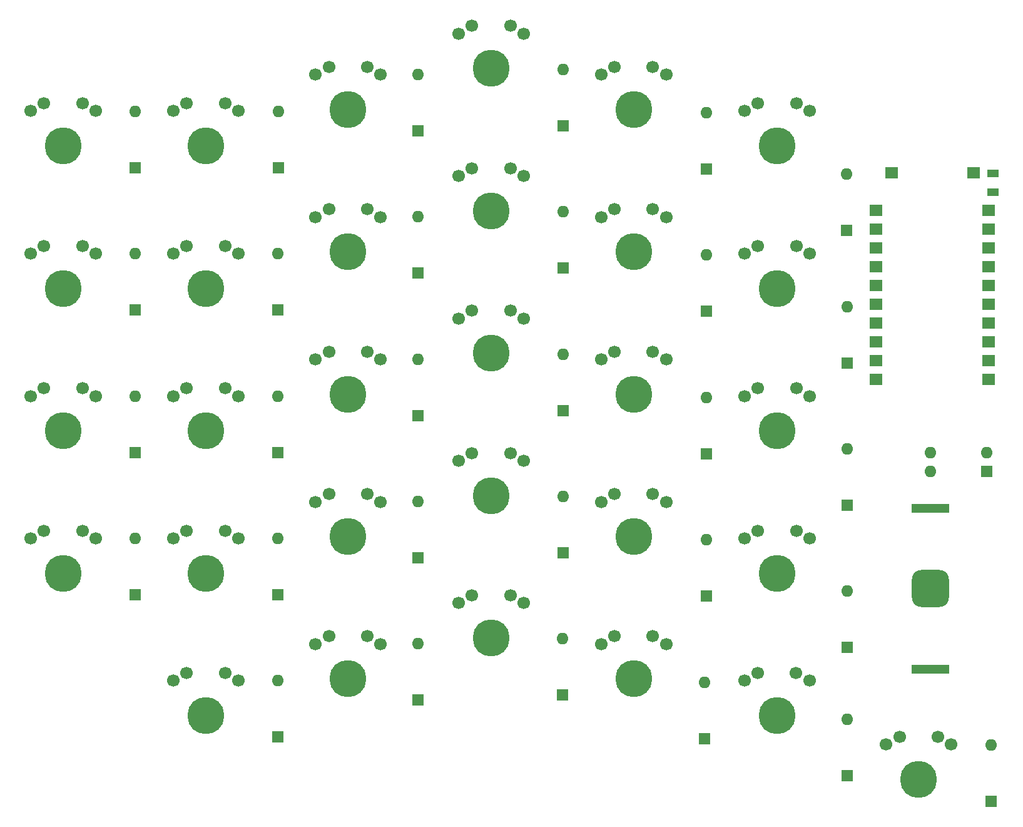
<source format=gbr>
%TF.GenerationSoftware,KiCad,Pcbnew,(6.0.8)*%
%TF.CreationDate,2023-02-14T17:54:26+07:00*%
%TF.ProjectId,dongle_256,646f6e67-6c65-45f3-9235-362e6b696361,rev?*%
%TF.SameCoordinates,Original*%
%TF.FileFunction,Soldermask,Top*%
%TF.FilePolarity,Negative*%
%FSLAX46Y46*%
G04 Gerber Fmt 4.6, Leading zero omitted, Abs format (unit mm)*
G04 Created by KiCad (PCBNEW (6.0.8)) date 2023-02-14 17:54:26*
%MOMM*%
%LPD*%
G01*
G04 APERTURE LIST*
G04 Aperture macros list*
%AMRoundRect*
0 Rectangle with rounded corners*
0 $1 Rounding radius*
0 $2 $3 $4 $5 $6 $7 $8 $9 X,Y pos of 4 corners*
0 Add a 4 corners polygon primitive as box body*
4,1,4,$2,$3,$4,$5,$6,$7,$8,$9,$2,$3,0*
0 Add four circle primitives for the rounded corners*
1,1,$1+$1,$2,$3*
1,1,$1+$1,$4,$5*
1,1,$1+$1,$6,$7*
1,1,$1+$1,$8,$9*
0 Add four rect primitives between the rounded corners*
20,1,$1+$1,$2,$3,$4,$5,0*
20,1,$1+$1,$4,$5,$6,$7,0*
20,1,$1+$1,$6,$7,$8,$9,0*
20,1,$1+$1,$8,$9,$2,$3,0*%
G04 Aperture macros list end*
%ADD10R,1.600000X1.600000*%
%ADD11O,1.600000X1.600000*%
%ADD12C,5.000000*%
%ADD13C,1.700000*%
%ADD14R,1.800000X1.524000*%
%ADD15R,5.100000X1.200000*%
%ADD16RoundRect,1.250000X1.250000X-1.250000X1.250000X1.250000X-1.250000X1.250000X-1.250000X-1.250000X0*%
%ADD17R,1.524000X1.000000*%
G04 APERTURE END LIST*
D10*
%TO.C,D17*%
X125830000Y-92787500D03*
D11*
X125830000Y-85167500D03*
%TD*%
D12*
%TO.C,SW28*%
X115960000Y-123235500D03*
D13*
X113360000Y-117485500D03*
X118560000Y-117485500D03*
X120360000Y-118535500D03*
X111560000Y-118535500D03*
%TD*%
D14*
%TO.C,U1*%
X164020000Y-72595000D03*
X148780000Y-77675000D03*
X148780000Y-80215000D03*
X148780000Y-59895000D03*
X148780000Y-62435000D03*
X148780000Y-64975000D03*
X148780000Y-67515000D03*
X148780000Y-70055000D03*
X148780000Y-72595000D03*
X164020000Y-70055000D03*
X164020000Y-67515000D03*
X148780000Y-75135000D03*
X164020000Y-80215000D03*
X164020000Y-77675000D03*
X164020000Y-75135000D03*
X148780000Y-82755000D03*
X164020000Y-82755000D03*
X164020000Y-64975000D03*
X164020000Y-62435000D03*
X161960000Y-54815000D03*
X150840000Y-54815000D03*
X164020000Y-59895000D03*
%TD*%
D10*
%TO.C,D30*%
X164300000Y-139810000D03*
D11*
X164300000Y-132190000D03*
%TD*%
D10*
%TO.C,D12*%
X144900000Y-80505000D03*
D11*
X144900000Y-72885000D03*
%TD*%
D10*
%TO.C,D21*%
X86800000Y-106855000D03*
D11*
X86800000Y-99235000D03*
%TD*%
D10*
%TO.C,D22*%
X106400000Y-106200000D03*
D11*
X106400000Y-98580000D03*
%TD*%
D12*
%TO.C,SW8*%
X58090000Y-70423000D03*
D13*
X55490000Y-64673000D03*
X60690000Y-64673000D03*
X53690000Y-65723000D03*
X62490000Y-65723000D03*
%TD*%
D12*
%TO.C,SW24*%
X135370000Y-108954500D03*
D13*
X137970000Y-103204500D03*
X132770000Y-103204500D03*
X130970000Y-104254500D03*
X139770000Y-104254500D03*
%TD*%
D10*
%TO.C,D5*%
X125834000Y-54292500D03*
D11*
X125834000Y-46672500D03*
%TD*%
D12*
%TO.C,SW27*%
X96680000Y-117695500D03*
D13*
X94080000Y-111945500D03*
X99280000Y-111945500D03*
X92280000Y-112995500D03*
X101080000Y-112995500D03*
%TD*%
D10*
%TO.C,D27*%
X106366000Y-125410250D03*
D11*
X106366000Y-117790250D03*
%TD*%
D12*
%TO.C,SW29*%
X135360000Y-128183000D03*
D13*
X132760000Y-122433000D03*
X137960000Y-122433000D03*
X139760000Y-123483000D03*
X130960000Y-123483000D03*
%TD*%
D15*
%TO.C,BT1*%
X156150000Y-100150000D03*
X156150000Y-121950000D03*
D16*
X156150000Y-111050000D03*
%TD*%
D10*
%TO.C,D20*%
X67850000Y-111849750D03*
D11*
X67850000Y-104229750D03*
%TD*%
D12*
%TO.C,SW10*%
X96690000Y-59935500D03*
D13*
X99290000Y-54185500D03*
X94090000Y-54185500D03*
X101090000Y-55235500D03*
X92290000Y-55235500D03*
%TD*%
D10*
%TO.C,D4*%
X106408000Y-48457500D03*
D11*
X106408000Y-40837500D03*
%TD*%
D12*
%TO.C,SW3*%
X77330000Y-46209750D03*
D13*
X74730000Y-40459750D03*
X79930000Y-40459750D03*
X72930000Y-41509750D03*
X81730000Y-41509750D03*
%TD*%
D10*
%TO.C,D29*%
X144870000Y-136367500D03*
D11*
X144870000Y-128747500D03*
%TD*%
D10*
%TO.C,D16*%
X106400000Y-86952500D03*
D11*
X106400000Y-79332500D03*
%TD*%
D12*
%TO.C,SW11*%
X115970000Y-65475500D03*
D13*
X113370000Y-59725500D03*
X118570000Y-59725500D03*
X120370000Y-60775500D03*
X111570000Y-60775500D03*
%TD*%
D10*
%TO.C,D18*%
X144900000Y-99752500D03*
D11*
X144900000Y-92132500D03*
%TD*%
D10*
%TO.C,D26*%
X86758000Y-126065250D03*
D11*
X86758000Y-118445250D03*
%TD*%
D12*
%TO.C,SW4*%
X96690000Y-40669750D03*
D13*
X99290000Y-34919750D03*
X94090000Y-34919750D03*
X101090000Y-35969750D03*
X92290000Y-35969750D03*
%TD*%
D10*
%TO.C,D3*%
X86812000Y-49112500D03*
D11*
X86812000Y-41492500D03*
%TD*%
D12*
%TO.C,SW17*%
X115970000Y-84741250D03*
D13*
X118570000Y-78991250D03*
X113370000Y-78991250D03*
X111570000Y-80041250D03*
X120370000Y-80041250D03*
%TD*%
D12*
%TO.C,SW19*%
X38770000Y-108954500D03*
D13*
X41370000Y-103204500D03*
X36170000Y-103204500D03*
X34370000Y-104254500D03*
X43170000Y-104254500D03*
%TD*%
D12*
%TO.C,SW26*%
X77320000Y-123235500D03*
D13*
X79920000Y-117485500D03*
X74720000Y-117485500D03*
X72920000Y-118535500D03*
X81720000Y-118535500D03*
%TD*%
D12*
%TO.C,SW1*%
X38770000Y-51157250D03*
D13*
X36170000Y-45407250D03*
X41370000Y-45407250D03*
X43170000Y-46457250D03*
X34370000Y-46457250D03*
%TD*%
D10*
%TO.C,D7*%
X48530000Y-73354750D03*
D11*
X48530000Y-65734750D03*
%TD*%
D10*
%TO.C,D11*%
X125830000Y-73540000D03*
D11*
X125830000Y-65920000D03*
%TD*%
D12*
%TO.C,SW2*%
X58090000Y-51157250D03*
D13*
X60690000Y-45407250D03*
X55490000Y-45407250D03*
X53690000Y-46457250D03*
X62490000Y-46457250D03*
%TD*%
D10*
%TO.C,D14*%
X67850000Y-92602250D03*
D11*
X67850000Y-84982250D03*
%TD*%
D12*
%TO.C,SW12*%
X135370000Y-70423000D03*
D13*
X132770000Y-64673000D03*
X137970000Y-64673000D03*
X130970000Y-65723000D03*
X139770000Y-65723000D03*
%TD*%
D17*
%TO.C,J1*%
X164600000Y-54850000D03*
X164600000Y-57390000D03*
%TD*%
D12*
%TO.C,SW23*%
X115970000Y-104007000D03*
D13*
X113370000Y-98257000D03*
X118570000Y-98257000D03*
X111570000Y-99307000D03*
X120370000Y-99307000D03*
%TD*%
D12*
%TO.C,SW5*%
X115970000Y-46209750D03*
D13*
X113370000Y-40459750D03*
X118570000Y-40459750D03*
X120370000Y-41509750D03*
X111570000Y-41509750D03*
%TD*%
D12*
%TO.C,SW6*%
X135370000Y-51157250D03*
D13*
X132770000Y-45407250D03*
X137970000Y-45407250D03*
X130970000Y-46457250D03*
X139770000Y-46457250D03*
%TD*%
D10*
%TO.C,D25*%
X67800000Y-131060000D03*
D11*
X67800000Y-123440000D03*
%TD*%
D12*
%TO.C,SW14*%
X58090000Y-89688750D03*
D13*
X60690000Y-83938750D03*
X55490000Y-83938750D03*
X62490000Y-84988750D03*
X53690000Y-84988750D03*
%TD*%
D12*
%TO.C,SW20*%
X58090000Y-108954500D03*
D13*
X60690000Y-103204500D03*
X55490000Y-103204500D03*
X62490000Y-104254500D03*
X53690000Y-104254500D03*
%TD*%
D10*
%TO.C,D9*%
X86800000Y-68360000D03*
D11*
X86800000Y-60740000D03*
%TD*%
D10*
%TO.C,D19*%
X48530000Y-111849750D03*
D11*
X48530000Y-104229750D03*
%TD*%
D10*
%TO.C,D15*%
X86800000Y-87607500D03*
D11*
X86800000Y-79987500D03*
%TD*%
D10*
%TO.C,D2*%
X67866000Y-54107250D03*
D11*
X67866000Y-46487250D03*
%TD*%
D10*
%TO.C,D13*%
X48530000Y-92602250D03*
D11*
X48530000Y-84982250D03*
%TD*%
D12*
%TO.C,SW15*%
X77330000Y-84741250D03*
D13*
X74730000Y-78991250D03*
X79930000Y-78991250D03*
X72930000Y-80041250D03*
X81730000Y-80041250D03*
%TD*%
D12*
%TO.C,SW30*%
X154550000Y-136803000D03*
D13*
X151950000Y-131053000D03*
X157150000Y-131053000D03*
X150150000Y-132103000D03*
X158950000Y-132103000D03*
%TD*%
D12*
%TO.C,SW18*%
X135370000Y-89688750D03*
D13*
X132770000Y-83938750D03*
X137970000Y-83938750D03*
X139770000Y-84988750D03*
X130970000Y-84988750D03*
%TD*%
D10*
%TO.C,D6*%
X144800000Y-62560000D03*
D11*
X144800000Y-54940000D03*
%TD*%
D12*
%TO.C,SW9*%
X77330000Y-65475500D03*
D13*
X79930000Y-59725500D03*
X74730000Y-59725500D03*
X81730000Y-60775500D03*
X72930000Y-60775500D03*
%TD*%
D12*
%TO.C,SW21*%
X77330000Y-104007000D03*
D13*
X79930000Y-98257000D03*
X74730000Y-98257000D03*
X72930000Y-99307000D03*
X81730000Y-99307000D03*
%TD*%
D12*
%TO.C,SW16*%
X96690000Y-79201250D03*
D13*
X94090000Y-73451250D03*
X99290000Y-73451250D03*
X101090000Y-74501250D03*
X92290000Y-74501250D03*
%TD*%
D10*
%TO.C,D28*%
X125600000Y-131350000D03*
D11*
X125600000Y-123730000D03*
%TD*%
D10*
%TO.C,SW31*%
X163767500Y-95175000D03*
D11*
X163767500Y-92635000D03*
X156147500Y-92635000D03*
X156147500Y-95175000D03*
%TD*%
D12*
%TO.C,SW13*%
X38770000Y-89688750D03*
D13*
X41370000Y-83938750D03*
X36170000Y-83938750D03*
X43170000Y-84988750D03*
X34370000Y-84988750D03*
%TD*%
D10*
%TO.C,D8*%
X67850000Y-73354750D03*
D11*
X67850000Y-65734750D03*
%TD*%
D12*
%TO.C,SW7*%
X38770000Y-70423000D03*
D13*
X41370000Y-64673000D03*
X36170000Y-64673000D03*
X34370000Y-65723000D03*
X43170000Y-65723000D03*
%TD*%
D10*
%TO.C,D23*%
X125830000Y-112035000D03*
D11*
X125830000Y-104415000D03*
%TD*%
D10*
%TO.C,D24*%
X144900000Y-119000000D03*
D11*
X144900000Y-111380000D03*
%TD*%
D12*
%TO.C,SW22*%
X96690000Y-98467000D03*
D13*
X99290000Y-92717000D03*
X94090000Y-92717000D03*
X92290000Y-93767000D03*
X101090000Y-93767000D03*
%TD*%
D12*
%TO.C,SW25*%
X58080000Y-128183000D03*
D13*
X60680000Y-122433000D03*
X55480000Y-122433000D03*
X62480000Y-123483000D03*
X53680000Y-123483000D03*
%TD*%
D10*
%TO.C,D1*%
X48550000Y-54107250D03*
D11*
X48550000Y-46487250D03*
%TD*%
D10*
%TO.C,D10*%
X106400000Y-67705000D03*
D11*
X106400000Y-60085000D03*
%TD*%
M02*

</source>
